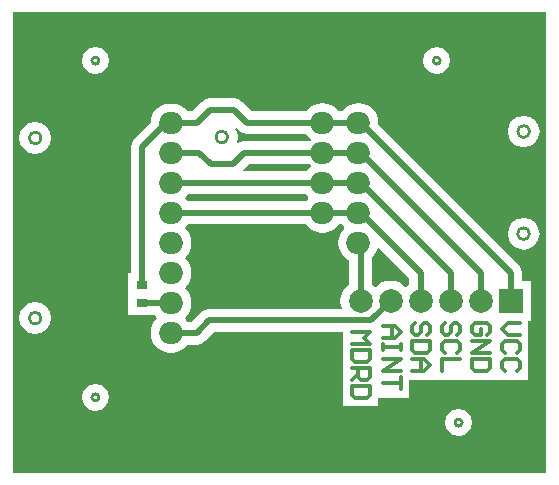
<source format=gtl>
G04 Layer_Physical_Order=1*
G04 Layer_Color=255*
%FSLAX42Y42*%
%MOMM*%
G71*
G01*
G75*
%ADD10C,0.25*%
%ADD11R,0.90X0.70*%
%ADD12C,0.50*%
%ADD13C,0.30*%
%ADD14O,2.00X1.90*%
%ADD15C,2.00*%
%ADD16R,2.00X2.00*%
G36*
X14525Y8030D02*
X10015D01*
Y11940D01*
X14525Y11940D01*
X14525Y8030D01*
D02*
G37*
%LPC*%
G36*
X13600Y11640D02*
X13556Y11631D01*
X13519Y11606D01*
X13494Y11569D01*
X13485Y11525D01*
X13494Y11481D01*
X13519Y11444D01*
X13556Y11419D01*
X13600Y11410D01*
X13644Y11419D01*
X13681Y11444D01*
X13706Y11481D01*
X13715Y11525D01*
X13706Y11569D01*
X13681Y11606D01*
X13644Y11631D01*
X13600Y11640D01*
D02*
G37*
G36*
X10710Y11640D02*
X10666Y11631D01*
X10629Y11606D01*
X10604Y11569D01*
X10595Y11525D01*
X10604Y11481D01*
X10629Y11444D01*
X10666Y11419D01*
X10710Y11410D01*
X10754Y11419D01*
X10791Y11444D01*
X10816Y11481D01*
X10825Y11525D01*
X10816Y11569D01*
X10791Y11606D01*
X10754Y11631D01*
X10710Y11640D01*
D02*
G37*
G36*
X11885Y11207D02*
X11680D01*
X11643Y11199D01*
X11612Y11178D01*
X11528Y11095D01*
X11486D01*
X11473Y11113D01*
X11438Y11139D01*
X11398Y11156D01*
X11355Y11161D01*
X11345D01*
X11302Y11156D01*
X11262Y11139D01*
X11227Y11113D01*
X11201Y11078D01*
X11184Y11038D01*
X11180Y11005D01*
X11037Y10862D01*
X11016Y10830D01*
X11008Y10793D01*
Y9729D01*
X10990D01*
Y9519D01*
Y9369D01*
X11215D01*
X11227Y9353D01*
X11231Y9350D01*
Y9338D01*
X11227Y9335D01*
X11201Y9300D01*
X11184Y9260D01*
X11179Y9217D01*
X11184Y9174D01*
X11201Y9134D01*
X11227Y9099D01*
X11262Y9073D01*
X11302Y9056D01*
X11345Y9051D01*
X11355D01*
X11398Y9056D01*
X11438Y9073D01*
X11473Y9099D01*
X11489Y9120D01*
X11567D01*
X11604Y9128D01*
X11635Y9149D01*
X11715Y9228D01*
X12810D01*
Y8601D01*
X13102D01*
Y8672D01*
X13367D01*
Y8824D01*
X14372D01*
Y9321D01*
X14395D01*
Y9661D01*
X14322D01*
Y9728D01*
X14314Y9765D01*
X14293Y9797D01*
X13105Y10986D01*
X13106Y11000D01*
X13101Y11043D01*
X13084Y11083D01*
X13058Y11118D01*
X13023Y11144D01*
X12983Y11161D01*
X12940Y11166D01*
X12930D01*
X12887Y11161D01*
X12847Y11144D01*
X12812Y11118D01*
X12795Y11095D01*
X12769D01*
X12753Y11116D01*
X12718Y11142D01*
X12678Y11159D01*
X12635Y11165D01*
X12625D01*
X12582Y11159D01*
X12542Y11142D01*
X12507Y11116D01*
X12491Y11095D01*
X12037D01*
X11953Y11178D01*
X11922Y11199D01*
X11885Y11207D01*
D02*
G37*
G36*
X14335Y11060D02*
X14283Y11050D01*
X14239Y11021D01*
X14210Y10977D01*
X14200Y10925D01*
X14210Y10873D01*
X14239Y10829D01*
X14283Y10800D01*
X14335Y10790D01*
X14387Y10800D01*
X14431Y10829D01*
X14460Y10873D01*
X14470Y10925D01*
X14460Y10977D01*
X14431Y11021D01*
X14387Y11050D01*
X14335Y11060D01*
D02*
G37*
G36*
X10200Y11005D02*
X10148Y10995D01*
X10104Y10966D01*
X10075Y10922D01*
X10065Y10870D01*
X10075Y10818D01*
X10104Y10774D01*
X10148Y10745D01*
X10200Y10735D01*
X10252Y10745D01*
X10296Y10774D01*
X10325Y10818D01*
X10335Y10870D01*
X10325Y10922D01*
X10296Y10966D01*
X10252Y10995D01*
X10200Y11005D01*
D02*
G37*
G36*
X14335Y10195D02*
X14283Y10185D01*
X14239Y10156D01*
X14210Y10112D01*
X14200Y10060D01*
X14210Y10008D01*
X14239Y9964D01*
X14283Y9935D01*
X14335Y9925D01*
X14387Y9935D01*
X14431Y9964D01*
X14460Y10008D01*
X14470Y10060D01*
X14460Y10112D01*
X14431Y10156D01*
X14387Y10185D01*
X14335Y10195D01*
D02*
G37*
G36*
X10200Y9480D02*
X10148Y9470D01*
X10104Y9441D01*
X10075Y9397D01*
X10065Y9345D01*
X10075Y9293D01*
X10104Y9249D01*
X10148Y9220D01*
X10200Y9210D01*
X10252Y9220D01*
X10296Y9249D01*
X10325Y9293D01*
X10335Y9345D01*
X10325Y9397D01*
X10296Y9441D01*
X10252Y9470D01*
X10200Y9480D01*
D02*
G37*
G36*
X10710Y8790D02*
X10666Y8781D01*
X10629Y8756D01*
X10604Y8719D01*
X10595Y8675D01*
X10604Y8631D01*
X10629Y8594D01*
X10666Y8569D01*
X10710Y8560D01*
X10754Y8569D01*
X10791Y8594D01*
X10816Y8631D01*
X10825Y8675D01*
X10816Y8719D01*
X10791Y8756D01*
X10754Y8781D01*
X10710Y8790D01*
D02*
G37*
G36*
X13785Y8575D02*
X13741Y8566D01*
X13704Y8541D01*
X13679Y8504D01*
X13670Y8460D01*
X13679Y8416D01*
X13704Y8379D01*
X13741Y8354D01*
X13785Y8345D01*
X13829Y8354D01*
X13866Y8379D01*
X13891Y8416D01*
X13900Y8460D01*
X13891Y8504D01*
X13866Y8541D01*
X13829Y8566D01*
X13785Y8575D01*
D02*
G37*
%LPD*%
G36*
X11928Y10930D02*
X11960Y10909D01*
X11997Y10901D01*
X12491D01*
X12507Y10881D01*
X12533Y10861D01*
X12533Y10845D01*
X12528Y10842D01*
X12527Y10841D01*
X11969D01*
X11932Y10834D01*
X11917Y10824D01*
X11906Y10832D01*
X11915Y10878D01*
X11905Y10930D01*
X11895Y10945D01*
X11905Y10953D01*
X11928Y10930D01*
D02*
G37*
G36*
X12528Y10647D02*
X12533Y10643D01*
X12533Y10628D01*
X12507Y10608D01*
X12491Y10587D01*
X11966D01*
X11961Y10599D01*
X12009Y10647D01*
X12527D01*
X12528Y10647D01*
D02*
G37*
G36*
X12507Y10373D02*
X12511Y10370D01*
Y10357D01*
X12507Y10354D01*
X12491Y10333D01*
X11486D01*
X11473Y10351D01*
X11469Y10354D01*
Y10366D01*
X11473Y10369D01*
X11491Y10393D01*
X12491D01*
X12507Y10373D01*
D02*
G37*
G36*
X12812Y10120D02*
X12816Y10117D01*
Y10105D01*
X12812Y10102D01*
X12786Y10067D01*
X12769Y10027D01*
X12764Y9984D01*
X12769Y9941D01*
X12786Y9901D01*
X12812Y9866D01*
X12847Y9840D01*
X12858Y9835D01*
Y9631D01*
X12834Y9612D01*
X12807Y9577D01*
X12789Y9535D01*
X12784Y9491D01*
X12789Y9447D01*
X12795Y9432D01*
X12788Y9422D01*
X11675D01*
X11638Y9414D01*
X11607Y9393D01*
X11527Y9314D01*
X11489D01*
X11473Y9335D01*
X11469Y9338D01*
Y9350D01*
X11473Y9353D01*
X11499Y9388D01*
X11516Y9428D01*
X11521Y9471D01*
X11516Y9514D01*
X11499Y9554D01*
X11473Y9589D01*
X11469Y9592D01*
Y9604D01*
X11473Y9607D01*
X11499Y9642D01*
X11516Y9682D01*
X11521Y9725D01*
X11516Y9768D01*
X11499Y9808D01*
X11473Y9843D01*
X11469Y9846D01*
Y9858D01*
X11473Y9861D01*
X11499Y9896D01*
X11516Y9936D01*
X11521Y9979D01*
X11516Y10022D01*
X11499Y10062D01*
X11473Y10097D01*
X11469Y10100D01*
Y10112D01*
X11473Y10115D01*
X11491Y10139D01*
X12491D01*
X12507Y10119D01*
X12542Y10092D01*
X12582Y10075D01*
X12625Y10070D01*
X12635D01*
X12678Y10075D01*
X12718Y10092D01*
X12753Y10119D01*
X12769Y10139D01*
X12798D01*
X12812Y10120D01*
D02*
G37*
G36*
X13366Y9688D02*
Y9631D01*
X13342Y9612D01*
X13330D01*
X13295Y9639D01*
X13253Y9657D01*
X13209Y9662D01*
X13165Y9657D01*
X13123Y9639D01*
X13088Y9612D01*
X13076D01*
X13052Y9631D01*
Y9862D01*
X13058Y9866D01*
X13084Y9901D01*
X13099Y9937D01*
X13112Y9942D01*
X13366Y9688D01*
D02*
G37*
D10*
X10740Y11525D02*
G03*
X10740Y11525I-30J0D01*
G01*
X13815Y8460D02*
G03*
X13815Y8460I-30J0D01*
G01*
X10740Y8675D02*
G03*
X10740Y8675I-30J0D01*
G01*
X13630Y11525D02*
G03*
X13630Y11525I-30J0D01*
G01*
X11830Y10878D02*
G03*
X11830Y10878I-50J0D01*
G01*
X14385Y10060D02*
G03*
X14385Y10060I-50J0D01*
G01*
Y10925D02*
G03*
X14385Y10925I-50J0D01*
G01*
X10250Y9345D02*
G03*
X10250Y9345I-50J0D01*
G01*
Y10870D02*
G03*
X10250Y10870I-50J0D01*
G01*
D11*
X11105Y9624D02*
D03*
Y9474D02*
D03*
D12*
X11675Y9325D02*
X13043D01*
X11567Y9217D02*
X11675Y9325D01*
X11345Y9217D02*
X11567D01*
X11105Y10793D02*
X11307Y10995D01*
X11345D01*
X11348Y10998D01*
X11568D01*
X11997D02*
X12955D01*
X11885Y11110D02*
X11997Y10998D01*
X11680Y11110D02*
X11885D01*
X12955Y10998D02*
X14225Y9728D01*
X13043Y9325D02*
X13209Y9491D01*
X11105Y9624D02*
Y10793D01*
X11310Y9474D02*
X11310Y9474D01*
X11105Y9474D02*
X11310D01*
X11875Y10650D02*
X11969Y10744D01*
X11685Y10650D02*
X11875D01*
X11969Y10744D02*
X12955D01*
X11591D02*
X11685Y10650D01*
X11310Y10744D02*
X11591D01*
X11568Y10998D02*
X11680Y11110D01*
X11310Y10236D02*
X12955D01*
X11310Y10490D02*
X12955D01*
X12955Y10490D01*
Y9491D02*
Y9982D01*
Y10236D02*
X13463Y9728D01*
Y9491D02*
Y9728D01*
X13717Y9491D02*
Y9728D01*
X12955Y10490D02*
X13717Y9728D01*
X13971Y9491D02*
Y9728D01*
X12955Y10744D02*
X13971Y9728D01*
X14225Y9491D02*
Y9728D01*
D13*
X12880Y9230D02*
X13032D01*
X12982Y9179D01*
X13032Y9128D01*
X12880D01*
X13032Y9078D02*
X12880D01*
Y9001D01*
X12905Y8976D01*
X13007D01*
X13032Y9001D01*
Y9078D01*
X12880Y8925D02*
X13032D01*
Y8849D01*
X13007Y8824D01*
X12956D01*
X12931Y8849D01*
Y8925D01*
Y8875D02*
X12880Y8824D01*
X13032Y8773D02*
X12880D01*
Y8697D01*
X12905Y8671D01*
X13007D01*
X13032Y8697D01*
Y8773D01*
X13145Y9275D02*
X13247D01*
X13297Y9224D01*
X13247Y9173D01*
X13145D01*
X13221D01*
Y9275D01*
X13297Y9123D02*
Y9072D01*
Y9097D01*
X13145D01*
Y9123D01*
Y9072D01*
Y8996D02*
X13297D01*
X13145Y8894D01*
X13297D01*
Y8843D02*
Y8742D01*
Y8793D01*
X13145D01*
X13517Y9198D02*
X13542Y9224D01*
Y9275D01*
X13517Y9300D01*
X13492D01*
X13466Y9275D01*
Y9224D01*
X13441Y9198D01*
X13415D01*
X13390Y9224D01*
Y9275D01*
X13415Y9300D01*
X13542Y9148D02*
X13390D01*
Y9071D01*
X13415Y9046D01*
X13517D01*
X13542Y9071D01*
Y9148D01*
X13390Y8995D02*
X13492D01*
X13542Y8945D01*
X13492Y8894D01*
X13390D01*
X13466D01*
Y8995D01*
X13772Y9198D02*
X13797Y9224D01*
Y9275D01*
X13772Y9300D01*
X13747D01*
X13721Y9275D01*
Y9224D01*
X13696Y9198D01*
X13670D01*
X13645Y9224D01*
Y9275D01*
X13670Y9300D01*
X13772Y9046D02*
X13797Y9071D01*
Y9122D01*
X13772Y9148D01*
X13670D01*
X13645Y9122D01*
Y9071D01*
X13670Y9046D01*
X13797Y8995D02*
X13645D01*
Y8894D01*
X14027Y9198D02*
X14052Y9224D01*
Y9275D01*
X14027Y9300D01*
X13925D01*
X13900Y9275D01*
Y9224D01*
X13925Y9198D01*
X13976D01*
Y9249D01*
X13900Y9148D02*
X14052D01*
X13900Y9046D01*
X14052D01*
Y8995D02*
X13900D01*
Y8919D01*
X13925Y8894D01*
X14027D01*
X14052Y8919D01*
Y8995D01*
X14302Y9300D02*
X14201D01*
X14150Y9249D01*
X14201Y9198D01*
X14302D01*
X14277Y9046D02*
X14302Y9071D01*
Y9122D01*
X14277Y9148D01*
X14175D01*
X14150Y9122D01*
Y9071D01*
X14175Y9046D01*
X14277Y8894D02*
X14302Y8919D01*
Y8970D01*
X14277Y8995D01*
X14175D01*
X14150Y8970D01*
Y8919D01*
X14175Y8894D01*
D14*
X12630Y10998D02*
D03*
Y10744D02*
D03*
Y10490D02*
D03*
Y10236D02*
D03*
X12935Y9984D02*
D03*
Y10238D02*
D03*
Y10492D02*
D03*
Y10746D02*
D03*
Y11000D02*
D03*
X11350Y10995D02*
D03*
Y10741D02*
D03*
Y10487D02*
D03*
Y10233D02*
D03*
Y9979D02*
D03*
Y9725D02*
D03*
Y9471D02*
D03*
Y9217D02*
D03*
D15*
X12955Y9491D02*
D03*
X13209D02*
D03*
X13463D02*
D03*
X13717D02*
D03*
X13971D02*
D03*
D16*
X14225D02*
D03*
M02*

</source>
